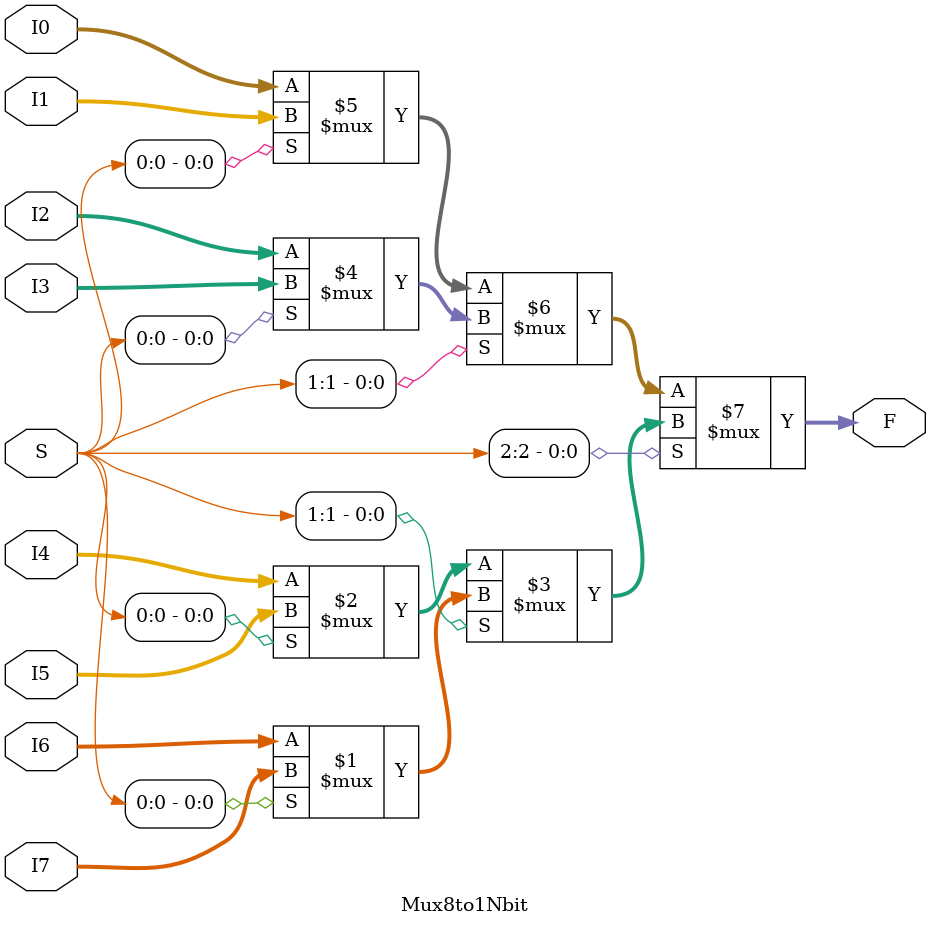
<source format=v>
module Mux8to1Nbit(F, S, I0, I1, I2, I3, I4, I5, I6, I7);
	parameter N = 8;
	output [N-1:0] F;
	input [2:0] S;
	input [N-1:0] I0, I1, I2, I3, I4, I5, I6, I7;
	
	assign F = S[2] ? (S[1] ? (S[0] ? I7 : I6) : (S[0] ? I5 : I4)) : (S[1] ? (S[0] ? I3 : I2) : (S[0] ? I1 : I0));
endmodule 
</source>
